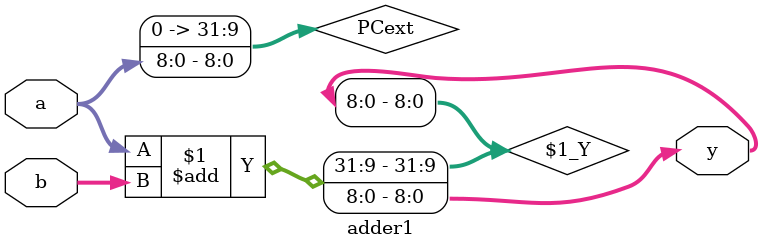
<source format=sv>
`timescale 1ns / 1ps

module adder1
    #(parameter WIDTH = 9, 
      parameter DATA_W = 32)
    (input logic [WIDTH-1:0] a,
     input logic [DATA_W-1:0] b,
     output logic [WIDTH-1:0] y);

logic [DATA_W-1:0] PCext; 

//extend pc to add to extimm
assign PCext = {23'b0,a}; 

assign y = a + b;

endmodule

</source>
